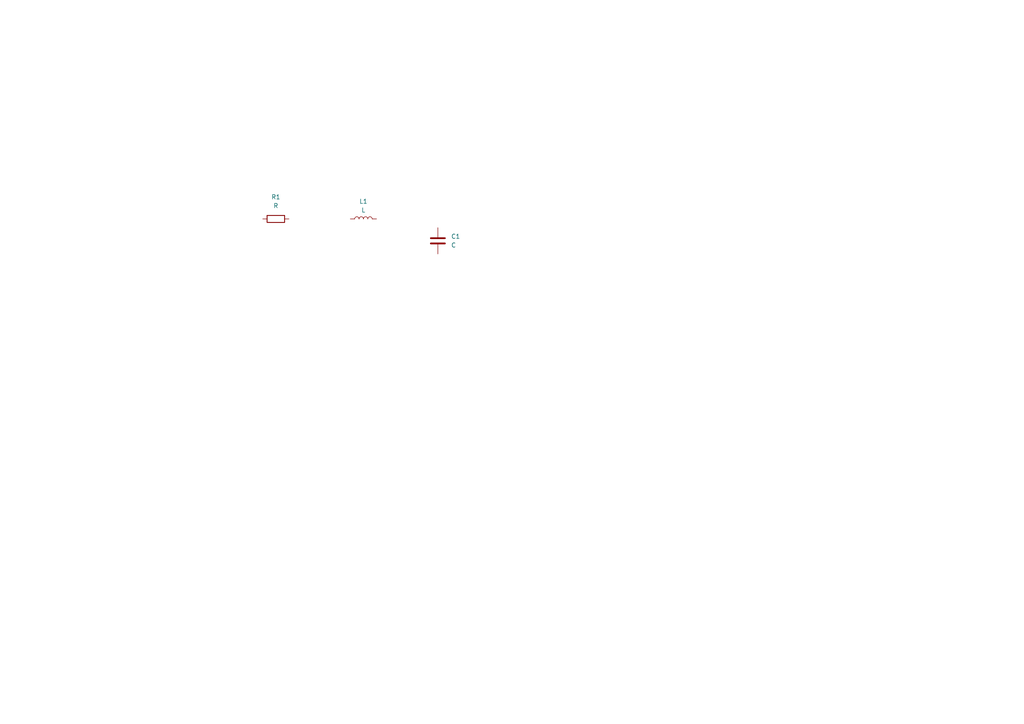
<source format=kicad_sch>
(kicad_sch (version 20231120) (generator "eeschema") (generator_version "8.0")
  (paper "A4")
  (lib_symbols
    (symbol "Device:C" (pin_numbers hide) (pin_names (offset 0.254))
      (property "Reference" "C" (at 0.635 2.54 0))
      (property "Value" "C" (at 0.635 -2.54 0))
      (symbol "C_0_1"
        (polyline (pts (xy -2.032 -0.762) (xy 2.032 -0.762)) (stroke (width 0.508)))
        (polyline (pts (xy -2.032 0.762) (xy 2.032 0.762)) (stroke (width 0.508)))
      )
      (symbol "C_1_1"
        (pin passive line (at 0 3.81 270) (length 2.794) (name "~") (number "1"))
        (pin passive line (at 0 -3.81 90) (length 2.794) (name "~") (number "2"))
      )
    )
    (symbol "Device:L" (pin_numbers hide) (pin_names (offset 1.016) hide)
      (property "Reference" "L" (at -1.27 0 90))
      (property "Value" "L" (at 1.905 0 90))
      (symbol "L_0_1"
        (arc (start 0 -2.54) (mid 0.6323 -1.905) (end 0 -1.27))
        (arc (start 0 -1.27) (mid 0.6323 -0.635) (end 0 0))
        (arc (start 0 0) (mid 0.6323 0.635) (end 0 1.27))
        (arc (start 0 1.27) (mid 0.6323 1.905) (end 0 2.54))
      )
      (symbol "L_1_1"
        (pin passive line (at 0 3.81 270) (length 1.27) (name "1") (number "1"))
        (pin passive line (at 0 -3.81 90) (length 1.27) (name "2") (number "2"))
      )
    )
    (symbol "Device:R" (pin_numbers hide) (pin_names (offset 0))
      (property "Reference" "R" (at 2.032 0 90))
      (property "Value" "R" (at 0 0 90))
      (symbol "R_0_1"
        (rectangle (start -1.016 -2.54) (end 1.016 2.54) (stroke (width 0.254)))
      )
      (symbol "R_1_1"
        (pin passive line (at 0 3.81 270) (length 1.27) (name "~") (number "1"))
        (pin passive line (at 0 -3.81 90) (length 1.27) (name "~") (number "2"))
      )
    )
  )
  (symbol (lib_id "Device:R") (at 80.01 63.5 90) (unit 1)
    (property "Reference" "R1" (at 80.01 57.15 90))
    (property "Value" "R" (at 80.01 59.69 90))
    (property "Description" "Resistor" (effects (hide yes)))
  )
  (symbol (lib_id "Device:L") (at 105.41 63.5 90) (unit 1)
    (property "Reference" "L1" (at 105.41 58.42 90))
    (property "Value" "L" (at 105.41 60.96 90))
    (property "Description" "Inductor" (effects (hide yes)))
  )
  (symbol (lib_id "Device:C") (at 127 69.85 0) (unit 1)
    (property "Reference" "C1" (at 130.81 68.5799 0) (effects (justify left)))
    (property "Value" "C" (at 130.81 71.1199 0) (effects (justify left)))
    (property "Description" "Unpolarized capacitor" (effects (hide yes)))
  )
)
</source>
